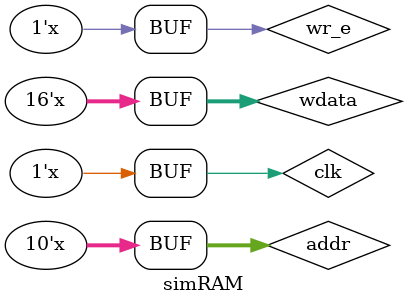
<source format=v>
`timescale 1ns / 1ps


module simRAM();
    reg clk;
    reg wr_e;
    reg [9:0] addr;
    reg [15:0] wdata;
    wire [15:0] rdata;
    
    RAM ram(
        .clk(clk),
        .wr_e(wr_e),
        .addr(addr),
        .wdata(wdata),
        .rdata(rdata)
    );
    
    initial
    begin
        clk=1;
        
        #50
        wr_e=1;
        addr=0;
        wdata=16'h4745;
        
        #50
        wr_e=1;
        addr=2;
        wdata=16'habcd;
        
        #50
        wr_e=1;
        addr=4;
        wdata=16'hffff;
        
        #50
        wr_e=1;
        addr=6;
        wdata=16'h1234;
        
        #50
        addr=10'bx;
        wdata=16'hx;
        
        #50
        wr_e=0;
        addr=0;
        
        #50
        wr_e=0;
        addr=2;
        
        #50
        wr_e=0;
        addr=4;
        
        #50
        wr_e=0;
        addr=6;
        
        #50
        wr_e=1'bx;
        addr=10'bx;
    end
    
    always #25 clk=~clk;
endmodule





















</source>
